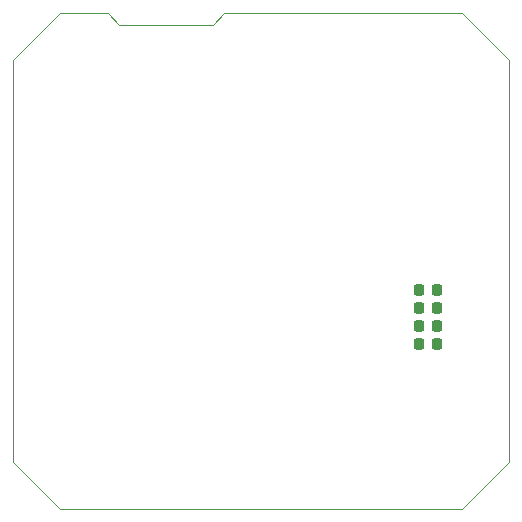
<source format=gbr>
G04 #@! TF.GenerationSoftware,KiCad,Pcbnew,(6.0.5)*
G04 #@! TF.CreationDate,2022-09-26T13:26:44+02:00*
G04 #@! TF.ProjectId,Huvud,48757675-642e-46b6-9963-61645f706362,rev?*
G04 #@! TF.SameCoordinates,PXad91980PY876bf80*
G04 #@! TF.FileFunction,Paste,Bot*
G04 #@! TF.FilePolarity,Positive*
%FSLAX46Y46*%
G04 Gerber Fmt 4.6, Leading zero omitted, Abs format (unit mm)*
G04 Created by KiCad (PCBNEW (6.0.5)) date 2022-09-26 13:26:44*
%MOMM*%
%LPD*%
G01*
G04 APERTURE LIST*
G04 Aperture macros list*
%AMRoundRect*
0 Rectangle with rounded corners*
0 $1 Rounding radius*
0 $2 $3 $4 $5 $6 $7 $8 $9 X,Y pos of 4 corners*
0 Add a 4 corners polygon primitive as box body*
4,1,4,$2,$3,$4,$5,$6,$7,$8,$9,$2,$3,0*
0 Add four circle primitives for the rounded corners*
1,1,$1+$1,$2,$3*
1,1,$1+$1,$4,$5*
1,1,$1+$1,$6,$7*
1,1,$1+$1,$8,$9*
0 Add four rect primitives between the rounded corners*
20,1,$1+$1,$2,$3,$4,$5,0*
20,1,$1+$1,$4,$5,$6,$7,0*
20,1,$1+$1,$6,$7,$8,$9,0*
20,1,$1+$1,$8,$9,$2,$3,0*%
G04 Aperture macros list end*
G04 #@! TA.AperFunction,Profile*
%ADD10C,0.100000*%
G04 #@! TD*
G04 #@! TA.AperFunction,Profile*
%ADD11C,0.050000*%
G04 #@! TD*
%ADD12RoundRect,0.218750X-0.218750X-0.256250X0.218750X-0.256250X0.218750X0.256250X-0.218750X0.256250X0*%
G04 APERTURE END LIST*
D10*
X42000000Y38000000D02*
X42000000Y4000000D01*
D11*
X4000000Y42000000D02*
X8000000Y42000000D01*
X17900000Y42000000D02*
X38000000Y42000000D01*
D10*
X9000000Y41000000D02*
X8000000Y42000000D01*
D11*
X4000000Y0D02*
X0Y4000000D01*
X38000000Y42000000D02*
X42000000Y38000000D01*
D10*
X17900000Y42000000D02*
X16900000Y41000000D01*
X16900000Y41000000D02*
X9000000Y41000000D01*
D11*
X0Y38000000D02*
X4000000Y42000000D01*
D10*
X0Y4000000D02*
X0Y38000000D01*
D11*
X38000000Y0D02*
X42000000Y4000000D01*
D10*
X38000000Y0D02*
X4000000Y0D01*
D12*
X34362500Y15500000D03*
X35937500Y15500000D03*
X34362500Y14000000D03*
X35937500Y14000000D03*
X34362500Y17000000D03*
X35937500Y17000000D03*
X34362500Y18500000D03*
X35937500Y18500000D03*
M02*

</source>
